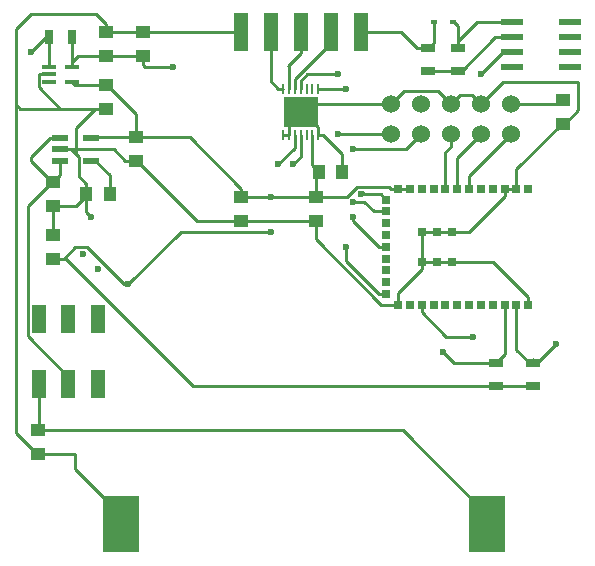
<source format=gtl>
G04 #@! TF.GenerationSoftware,KiCad,Pcbnew,(5.0.2)-1*
G04 #@! TF.CreationDate,2019-06-27T19:19:08-04:00*
G04 #@! TF.ProjectId,IGEM_Device,4947454d-5f44-4657-9669-63652e6b6963,rev?*
G04 #@! TF.SameCoordinates,Original*
G04 #@! TF.FileFunction,Copper,L1,Top*
G04 #@! TF.FilePolarity,Positive*
%FSLAX46Y46*%
G04 Gerber Fmt 4.6, Leading zero omitted, Abs format (unit mm)*
G04 Created by KiCad (PCBNEW (5.0.2)-1) date 2019-06-27 7:19:08 PM*
%MOMM*%
%LPD*%
G01*
G04 APERTURE LIST*
G04 #@! TA.AperFunction,SMDPad,CuDef*
%ADD10R,0.760000X0.760000*%
G04 #@! TD*
G04 #@! TA.AperFunction,SMDPad,CuDef*
%ADD11R,1.300000X0.700000*%
G04 #@! TD*
G04 #@! TA.AperFunction,SMDPad,CuDef*
%ADD12R,3.149600X4.775200*%
G04 #@! TD*
G04 #@! TA.AperFunction,SMDPad,CuDef*
%ADD13R,0.530000X0.400000*%
G04 #@! TD*
G04 #@! TA.AperFunction,SMDPad,CuDef*
%ADD14R,1.193800X2.489200*%
G04 #@! TD*
G04 #@! TA.AperFunction,SMDPad,CuDef*
%ADD15R,1.250000X1.000000*%
G04 #@! TD*
G04 #@! TA.AperFunction,SMDPad,CuDef*
%ADD16R,1.270000X3.180000*%
G04 #@! TD*
G04 #@! TA.AperFunction,SMDPad,CuDef*
%ADD17R,1.000000X1.250000*%
G04 #@! TD*
G04 #@! TA.AperFunction,ComponentPad*
%ADD18C,1.524000*%
G04 #@! TD*
G04 #@! TA.AperFunction,SMDPad,CuDef*
%ADD19R,0.700000X1.300000*%
G04 #@! TD*
G04 #@! TA.AperFunction,SMDPad,CuDef*
%ADD20R,1.320800X0.558800*%
G04 #@! TD*
G04 #@! TA.AperFunction,SMDPad,CuDef*
%ADD21R,0.270000X0.860000*%
G04 #@! TD*
G04 #@! TA.AperFunction,SMDPad,CuDef*
%ADD22R,3.000000X2.600000*%
G04 #@! TD*
G04 #@! TA.AperFunction,SMDPad,CuDef*
%ADD23R,1.981200X0.558800*%
G04 #@! TD*
G04 #@! TA.AperFunction,SMDPad,CuDef*
%ADD24R,1.168400X0.355600*%
G04 #@! TD*
G04 #@! TA.AperFunction,ViaPad*
%ADD25C,0.600000*%
G04 #@! TD*
G04 #@! TA.AperFunction,Conductor*
%ADD26C,0.250000*%
G04 #@! TD*
G04 APERTURE END LIST*
D10*
G04 #@! TO.P,U1,1*
G04 #@! TO.N,Net-(U1-Pad1)*
X144355000Y-66215000D03*
G04 #@! TO.P,U1,2*
G04 #@! TO.N,GND*
X143355000Y-66215000D03*
G04 #@! TO.P,U1,3*
X142355000Y-66215000D03*
G04 #@! TO.P,U1,4*
G04 #@! TO.N,Net-(U1-Pad4)*
X141355000Y-66215000D03*
G04 #@! TO.P,U1,5*
G04 #@! TO.N,Net-(U1-Pad5)*
X140355000Y-66215000D03*
G04 #@! TO.P,U1,6*
G04 #@! TO.N,/RESET*
X139355000Y-66215000D03*
G04 #@! TO.P,U1,7*
G04 #@! TO.N,/JTAG_TCXC*
X138355000Y-66215000D03*
G04 #@! TO.P,U1,8*
G04 #@! TO.N,/JTAG_TMSC*
X137355000Y-66215000D03*
G04 #@! TO.P,U1,9*
G04 #@! TO.N,Net-(U1-Pad9)*
X136355000Y-66215000D03*
G04 #@! TO.P,U1,10*
G04 #@! TO.N,Net-(U1-Pad10)*
X135355000Y-66215000D03*
G04 #@! TO.P,U1,11*
G04 #@! TO.N,+2V85*
X134355000Y-66215000D03*
G04 #@! TO.P,U1,12*
X133355000Y-66215000D03*
G04 #@! TO.P,U1,13*
G04 #@! TO.N,/JTAG_TDO*
X132355000Y-67120000D03*
G04 #@! TO.P,U1,14*
G04 #@! TO.N,/JTAG_TDI*
X132355000Y-68120000D03*
G04 #@! TO.P,U1,15*
G04 #@! TO.N,Net-(U1-Pad15)*
X132355000Y-69120000D03*
G04 #@! TO.P,U1,16*
G04 #@! TO.N,Net-(U1-Pad16)*
X132355000Y-70120000D03*
G04 #@! TO.P,U1,17*
G04 #@! TO.N,/IP_CONTROL*
X132355000Y-71120000D03*
G04 #@! TO.P,U1,18*
G04 #@! TO.N,Net-(U1-Pad18)*
X132355000Y-72120000D03*
G04 #@! TO.P,U1,19*
G04 #@! TO.N,Net-(U1-Pad19)*
X132355000Y-73120000D03*
G04 #@! TO.P,U1,20*
G04 #@! TO.N,Net-(U1-Pad20)*
X132355000Y-74120000D03*
G04 #@! TO.P,U1,21*
G04 #@! TO.N,/POWER_GOOD*
X132355000Y-75120000D03*
G04 #@! TO.P,U1,22*
G04 #@! TO.N,GND*
X133355000Y-76025000D03*
G04 #@! TO.P,U1,23*
G04 #@! TO.N,Net-(U1-Pad23)*
X134355000Y-76025000D03*
G04 #@! TO.P,U1,24*
G04 #@! TO.N,/TEMP_OUT*
X135355000Y-76025000D03*
G04 #@! TO.P,U1,25*
G04 #@! TO.N,Net-(U1-Pad25)*
X136355000Y-76025000D03*
G04 #@! TO.P,U1,26*
G04 #@! TO.N,Net-(U1-Pad26)*
X137355000Y-76025000D03*
G04 #@! TO.P,U1,27*
G04 #@! TO.N,Net-(U1-Pad27)*
X138355000Y-76025000D03*
G04 #@! TO.P,U1,28*
G04 #@! TO.N,Net-(U1-Pad28)*
X139355000Y-76025000D03*
G04 #@! TO.P,U1,29*
G04 #@! TO.N,Net-(U1-Pad29)*
X140355000Y-76025000D03*
G04 #@! TO.P,U1,30*
G04 #@! TO.N,Net-(U1-Pad30)*
X141355000Y-76025000D03*
G04 #@! TO.P,U1,31*
G04 #@! TO.N,/EXT_TEMP_SCL*
X142355000Y-76025000D03*
G04 #@! TO.P,U1,32*
G04 #@! TO.N,/EXT_TEMP_SDA*
X143355000Y-76025000D03*
G04 #@! TO.P,U1,33*
G04 #@! TO.N,GND*
X144355000Y-76025000D03*
G04 #@! TO.P,U1,34*
X135335000Y-69850000D03*
G04 #@! TO.P,U1,35*
X136605000Y-69850000D03*
G04 #@! TO.P,U1,36*
X137875000Y-69850000D03*
G04 #@! TO.P,U1,37*
X137875000Y-72390000D03*
G04 #@! TO.P,U1,38*
X136605000Y-72390000D03*
G04 #@! TO.P,U1,39*
X135355000Y-72390000D03*
G04 #@! TD*
D11*
G04 #@! TO.P,R1,1*
G04 #@! TO.N,+2V85*
X144780000Y-82865000D03*
G04 #@! TO.P,R1,2*
G04 #@! TO.N,/EXT_TEMP_SDA*
X144780000Y-80965000D03*
G04 #@! TD*
D12*
G04 #@! TO.P,J3,1*
G04 #@! TO.N,+BATT*
X140893800Y-94615000D03*
G04 #@! TO.P,J3,2*
G04 #@! TO.N,GND*
X109855000Y-94615000D03*
G04 #@! TD*
D13*
G04 #@! TO.P,D1,C*
G04 #@! TO.N,/IP_CATHODE*
X136360000Y-52070000D03*
G04 #@! TO.P,D1,A*
G04 #@! TO.N,Net-(D1-PadA)*
X137960000Y-52070000D03*
G04 #@! TD*
D14*
G04 #@! TO.P,SW1,1*
G04 #@! TO.N,+BATT*
X102910000Y-82765900D03*
G04 #@! TO.P,SW1,2*
G04 #@! TO.N,Net-(C3-Pad1)*
X105410000Y-82765900D03*
G04 #@! TO.P,SW1,3*
G04 #@! TO.N,N/C*
X107910000Y-82765900D03*
G04 #@! TO.P,SW1,4*
X107910000Y-77254100D03*
G04 #@! TO.P,SW1,5*
X105410000Y-77254100D03*
G04 #@! TO.P,SW1,6*
X102910000Y-77254100D03*
G04 #@! TD*
D15*
G04 #@! TO.P,C2,2*
G04 #@! TO.N,GND*
X111125000Y-63865000D03*
G04 #@! TO.P,C2,1*
G04 #@! TO.N,+2V85*
X111125000Y-61865000D03*
G04 #@! TD*
D16*
G04 #@! TO.P,J2,1*
G04 #@! TO.N,GND*
X120015000Y-52908000D03*
G04 #@! TO.P,J2,2*
G04 #@! TO.N,/COUN_ELECTRODE*
X122555000Y-52908000D03*
G04 #@! TO.P,J2,3*
G04 #@! TO.N,/REF_ELECTRODE*
X125095000Y-52908000D03*
G04 #@! TO.P,J2,4*
G04 #@! TO.N,/WORK_ELECTRODE*
X127635000Y-52908000D03*
G04 #@! TO.P,J2,5*
G04 #@! TO.N,/IP_CATHODE*
X130175000Y-52908000D03*
G04 #@! TD*
D17*
G04 #@! TO.P,C1,2*
G04 #@! TO.N,GND*
X106950000Y-66675000D03*
G04 #@! TO.P,C1,1*
G04 #@! TO.N,Net-(C1-Pad1)*
X108950000Y-66675000D03*
G04 #@! TD*
D15*
G04 #@! TO.P,C3,1*
G04 #@! TO.N,Net-(C3-Pad1)*
X104140000Y-65675000D03*
G04 #@! TO.P,C3,2*
G04 #@! TO.N,GND*
X104140000Y-67675000D03*
G04 #@! TD*
G04 #@! TO.P,C4,1*
G04 #@! TO.N,+2V85*
X108585000Y-57420000D03*
G04 #@! TO.P,C4,2*
G04 #@! TO.N,GND*
X108585000Y-59420000D03*
G04 #@! TD*
G04 #@! TO.P,C5,2*
G04 #@! TO.N,GND*
X108585000Y-52975000D03*
G04 #@! TO.P,C5,1*
G04 #@! TO.N,+1V8*
X108585000Y-54975000D03*
G04 #@! TD*
G04 #@! TO.P,C6,1*
G04 #@! TO.N,GND*
X104140000Y-70120000D03*
G04 #@! TO.P,C6,2*
G04 #@! TO.N,+2V85*
X104140000Y-72120000D03*
G04 #@! TD*
G04 #@! TO.P,C7,2*
G04 #@! TO.N,GND*
X126365000Y-68945000D03*
G04 #@! TO.P,C7,1*
G04 #@! TO.N,+2V85*
X126365000Y-66945000D03*
G04 #@! TD*
D17*
G04 #@! TO.P,C8,1*
G04 #@! TO.N,+2V85*
X126635000Y-64770000D03*
G04 #@! TO.P,C8,2*
G04 #@! TO.N,GND*
X128635000Y-64770000D03*
G04 #@! TD*
D15*
G04 #@! TO.P,C9,2*
G04 #@! TO.N,GND*
X111760000Y-52975000D03*
G04 #@! TO.P,C9,1*
G04 #@! TO.N,+1V8*
X111760000Y-54975000D03*
G04 #@! TD*
G04 #@! TO.P,C10,1*
G04 #@! TO.N,+2V85*
X120015000Y-66945000D03*
G04 #@! TO.P,C10,2*
G04 #@! TO.N,GND*
X120015000Y-68945000D03*
G04 #@! TD*
G04 #@! TO.P,C11,2*
G04 #@! TO.N,GND*
X102870000Y-88630000D03*
G04 #@! TO.P,C11,1*
G04 #@! TO.N,+BATT*
X102870000Y-86630000D03*
G04 #@! TD*
G04 #@! TO.P,C12,1*
G04 #@! TO.N,+3V3*
X147320000Y-58690000D03*
G04 #@! TO.P,C12,2*
G04 #@! TO.N,GND*
X147320000Y-60690000D03*
G04 #@! TD*
D18*
G04 #@! TO.P,J1,1*
G04 #@! TO.N,+3V3*
X142875000Y-59055000D03*
G04 #@! TO.P,J1,2*
G04 #@! TO.N,GND*
X140335000Y-59055000D03*
G04 #@! TO.P,J1,3*
X137795000Y-59055000D03*
G04 #@! TO.P,J1,4*
G04 #@! TO.N,Net-(J1-Pad4)*
X135255000Y-59055000D03*
G04 #@! TO.P,J1,5*
G04 #@! TO.N,GND*
X132715000Y-59055000D03*
G04 #@! TO.P,J1,6*
G04 #@! TO.N,/RESET*
X142875000Y-61595000D03*
G04 #@! TO.P,J1,7*
G04 #@! TO.N,/JTAG_TCXC*
X140335000Y-61595000D03*
G04 #@! TO.P,J1,8*
G04 #@! TO.N,/JTAG_TMSC*
X137795000Y-61595000D03*
G04 #@! TO.P,J1,9*
G04 #@! TO.N,/JTAG_TDO*
X135255000Y-61595000D03*
G04 #@! TO.P,J1,10*
G04 #@! TO.N,/JTAG_TDI*
X132715000Y-61595000D03*
G04 #@! TD*
D11*
G04 #@! TO.P,R2,2*
G04 #@! TO.N,/EXT_TEMP_SCL*
X141605000Y-80965000D03*
G04 #@! TO.P,R2,1*
G04 #@! TO.N,+2V85*
X141605000Y-82865000D03*
G04 #@! TD*
G04 #@! TO.P,R3,2*
G04 #@! TO.N,Net-(R3-Pad2)*
X138430000Y-56195000D03*
G04 #@! TO.P,R3,1*
G04 #@! TO.N,Net-(D1-PadA)*
X138430000Y-54295000D03*
G04 #@! TD*
D19*
G04 #@! TO.P,R4,2*
G04 #@! TO.N,/POWER_GOOD*
X103825000Y-53340000D03*
G04 #@! TO.P,R4,1*
G04 #@! TO.N,+1V8*
X105725000Y-53340000D03*
G04 #@! TD*
D11*
G04 #@! TO.P,R5,1*
G04 #@! TO.N,/IP_CATHODE*
X135890000Y-54295000D03*
G04 #@! TO.P,R5,2*
G04 #@! TO.N,Net-(R3-Pad2)*
X135890000Y-56195000D03*
G04 #@! TD*
D20*
G04 #@! TO.P,U2,1*
G04 #@! TO.N,Net-(C3-Pad1)*
X104749600Y-61914999D03*
G04 #@! TO.P,U2,2*
G04 #@! TO.N,GND*
X104749600Y-62865000D03*
G04 #@! TO.P,U2,3*
G04 #@! TO.N,Net-(C3-Pad1)*
X104749600Y-63815001D03*
G04 #@! TO.P,U2,4*
G04 #@! TO.N,Net-(C1-Pad1)*
X107340400Y-63815001D03*
G04 #@! TO.P,U2,5*
G04 #@! TO.N,+2V85*
X107340400Y-61914999D03*
G04 #@! TD*
D21*
G04 #@! TO.P,U3,1*
G04 #@! TO.N,GND*
X123595000Y-61625000D03*
G04 #@! TO.P,U3,2*
X124095000Y-61625000D03*
G04 #@! TO.P,U3,3*
G04 #@! TO.N,/EXT_TEMP_SCL*
X124595000Y-61625000D03*
G04 #@! TO.P,U3,4*
G04 #@! TO.N,/EXT_TEMP_SDA*
X125095000Y-61625000D03*
G04 #@! TO.P,U3,5*
G04 #@! TO.N,N/C*
X125595000Y-61625000D03*
G04 #@! TO.P,U3,6*
G04 #@! TO.N,+2V85*
X126095000Y-61625000D03*
G04 #@! TO.P,U3,7*
G04 #@! TO.N,GND*
X126595000Y-61625000D03*
G04 #@! TO.P,U3,8*
G04 #@! TO.N,/TEMP_OUT*
X126595000Y-57755000D03*
G04 #@! TO.P,U3,9*
G04 #@! TO.N,Net-(U3-Pad9)*
X126095000Y-57755000D03*
G04 #@! TO.P,U3,10*
G04 #@! TO.N,Net-(U3-Pad10)*
X125595000Y-57755000D03*
G04 #@! TO.P,U3,11*
G04 #@! TO.N,+1V8*
X125095000Y-57755000D03*
G04 #@! TO.P,U3,12*
G04 #@! TO.N,/WORK_ELECTRODE*
X124595000Y-57755000D03*
G04 #@! TO.P,U3,13*
G04 #@! TO.N,/REF_ELECTRODE*
X124095000Y-57755000D03*
G04 #@! TO.P,U3,14*
G04 #@! TO.N,/COUN_ELECTRODE*
X123595000Y-57755000D03*
D22*
G04 #@! TO.P,U3,15*
G04 #@! TO.N,GND*
X125095000Y-59690000D03*
G04 #@! TD*
D23*
G04 #@! TO.P,U4,1*
G04 #@! TO.N,Net-(D1-PadA)*
X142951200Y-52070000D03*
G04 #@! TO.P,U4,2*
G04 #@! TO.N,Net-(R3-Pad2)*
X142951200Y-53340000D03*
G04 #@! TO.P,U4,3*
G04 #@! TO.N,/IP_CONTROL*
X142951200Y-54610000D03*
G04 #@! TO.P,U4,4*
G04 #@! TO.N,Net-(U4-Pad4)*
X142951200Y-55880000D03*
G04 #@! TO.P,U4,5*
G04 #@! TO.N,Net-(U4-Pad5)*
X147878800Y-55880000D03*
G04 #@! TO.P,U4,6*
G04 #@! TO.N,Net-(U4-Pad6)*
X147878800Y-54610000D03*
G04 #@! TO.P,U4,7*
G04 #@! TO.N,Net-(U4-Pad7)*
X147878800Y-53340000D03*
G04 #@! TO.P,U4,8*
G04 #@! TO.N,Net-(U4-Pad8)*
X147878800Y-52070000D03*
G04 #@! TD*
D24*
G04 #@! TO.P,U5,1*
G04 #@! TO.N,/POWER_GOOD*
X103809800Y-55865001D03*
G04 #@! TO.P,U5,2*
G04 #@! TO.N,GND*
X103809800Y-56515000D03*
G04 #@! TO.P,U5,3*
G04 #@! TO.N,Net-(U5-Pad3)*
X103809800Y-57164999D03*
G04 #@! TO.P,U5,4*
G04 #@! TO.N,+2V85*
X105740200Y-57164999D03*
G04 #@! TO.P,U5,5*
G04 #@! TO.N,+1V8*
X105740200Y-55865001D03*
G04 #@! TD*
D25*
G04 #@! TO.N,+2V85*
X122555000Y-69850000D03*
G04 #@! TO.N,GND*
X107315000Y-68580000D03*
G04 #@! TO.N,/EXT_TEMP_SCL*
X107950000Y-73025000D03*
X123190000Y-64135000D03*
X137160000Y-80010000D03*
G04 #@! TO.N,/EXT_TEMP_SDA*
X124460000Y-64135000D03*
X146685000Y-79375000D03*
X106680000Y-71755000D03*
G04 #@! TO.N,+2V85*
X110490000Y-74295000D03*
X122555000Y-66945000D03*
G04 #@! TO.N,/TEMP_OUT*
X139700000Y-78740000D03*
X128905000Y-57785000D03*
G04 #@! TO.N,+1V8*
X114300000Y-55880000D03*
X128270000Y-56515000D03*
G04 #@! TO.N,/POWER_GOOD*
X102235000Y-54610000D03*
X128905000Y-71120000D03*
G04 #@! TO.N,/JTAG_TDO*
X129540000Y-62865000D03*
X130175000Y-66675000D03*
G04 #@! TO.N,/JTAG_TDI*
X129540000Y-67310000D03*
X128270000Y-61595000D03*
G04 #@! TO.N,/IP_CONTROL*
X129540000Y-68580000D03*
X140335000Y-56515000D03*
G04 #@! TD*
D26*
G04 #@! TO.N,GND*
X104140000Y-67675000D02*
X104140000Y-70120000D01*
X106950000Y-66800000D02*
X106950000Y-66675000D01*
X106075000Y-67675000D02*
X106950000Y-66800000D01*
X104140000Y-67675000D02*
X106075000Y-67675000D01*
X106045000Y-61085000D02*
X106045000Y-63250000D01*
X107710000Y-59420000D02*
X106045000Y-61085000D01*
X106045000Y-63250000D02*
X105660000Y-62865000D01*
X110250000Y-63865000D02*
X111125000Y-63865000D01*
X105660000Y-62865000D02*
X109250000Y-62865000D01*
X109250000Y-62865000D02*
X110250000Y-63865000D01*
X106950000Y-65800000D02*
X106950000Y-66675000D01*
X106304999Y-65154999D02*
X106950000Y-65800000D01*
X106304999Y-63509999D02*
X106304999Y-65154999D01*
X105660000Y-62865000D02*
X106304999Y-63509999D01*
X104749600Y-62865000D02*
X105660000Y-62865000D01*
X109855000Y-92532200D02*
X109855000Y-93345000D01*
X102870000Y-88630000D02*
X105952800Y-88630000D01*
X135335000Y-71735000D02*
X135355000Y-71755000D01*
X147195000Y-60690000D02*
X147320000Y-60690000D01*
X143355000Y-64530000D02*
X147195000Y-60690000D01*
X119140000Y-68945000D02*
X120015000Y-68945000D01*
X116330000Y-68945000D02*
X119140000Y-68945000D01*
X111250000Y-63865000D02*
X116330000Y-68945000D01*
X111125000Y-63865000D02*
X111250000Y-63865000D01*
X108585000Y-52975000D02*
X111760000Y-52975000D01*
X102745000Y-88630000D02*
X100965000Y-86850000D01*
X102870000Y-88630000D02*
X102745000Y-88630000D01*
X107710000Y-59420000D02*
X108585000Y-59420000D01*
X104717799Y-59420000D02*
X107710000Y-59420000D01*
X102900599Y-57602800D02*
X104717799Y-59420000D01*
X102900599Y-56590001D02*
X102900599Y-57602800D01*
X102975600Y-56515000D02*
X102900599Y-56590001D01*
X103809800Y-56515000D02*
X102975600Y-56515000D01*
X137033001Y-58293001D02*
X137795000Y-59055000D01*
X136707999Y-57967999D02*
X137033001Y-58293001D01*
X133802001Y-57967999D02*
X136707999Y-57967999D01*
X132715000Y-59055000D02*
X133802001Y-57967999D01*
X139573001Y-58293001D02*
X140335000Y-59055000D01*
X138556999Y-58293001D02*
X139573001Y-58293001D01*
X137795000Y-59055000D02*
X138556999Y-58293001D01*
X106950000Y-68215000D02*
X107315000Y-68580000D01*
X106950000Y-66675000D02*
X106950000Y-68215000D01*
X108585000Y-52225000D02*
X107795000Y-51435000D01*
X108585000Y-52975000D02*
X108585000Y-52225000D01*
X107795000Y-51435000D02*
X102235000Y-51435000D01*
X102235000Y-51435000D02*
X100965000Y-52705000D01*
X100965000Y-52705000D02*
X100965000Y-57150000D01*
X101330000Y-59420000D02*
X100965000Y-59055000D01*
X104717799Y-59420000D02*
X101330000Y-59420000D01*
X100965000Y-86850000D02*
X100965000Y-59055000D01*
X100965000Y-59055000D02*
X100965000Y-57150000D01*
X147445000Y-60690000D02*
X147320000Y-60690000D01*
X148590000Y-59545000D02*
X147445000Y-60690000D01*
X148590000Y-57150000D02*
X148590000Y-59545000D01*
X142240000Y-57150000D02*
X148590000Y-57150000D01*
X140335000Y-59055000D02*
X142240000Y-57150000D01*
X126365000Y-68945000D02*
X120015000Y-68945000D01*
X119948000Y-52975000D02*
X120015000Y-52908000D01*
X111760000Y-52975000D02*
X119948000Y-52975000D01*
X123595000Y-61625000D02*
X124095000Y-61625000D01*
X124095000Y-60690000D02*
X125095000Y-59690000D01*
X124095000Y-61625000D02*
X124095000Y-60690000D01*
X126595000Y-60945000D02*
X126595000Y-61625000D01*
X125340000Y-59690000D02*
X126595000Y-60945000D01*
X125095000Y-59690000D02*
X125340000Y-59690000D01*
X128635000Y-63895000D02*
X128635000Y-64770000D01*
X128635000Y-63280000D02*
X128635000Y-63895000D01*
X126980000Y-61625000D02*
X128635000Y-63280000D01*
X126595000Y-61625000D02*
X126980000Y-61625000D01*
X109855000Y-93802200D02*
X109855000Y-94615000D01*
X105952800Y-89900000D02*
X109855000Y-93802200D01*
X105952800Y-88630000D02*
X105952800Y-89900000D01*
X125730000Y-59055000D02*
X125095000Y-59690000D01*
X132715000Y-59055000D02*
X125730000Y-59055000D01*
X143355000Y-64530000D02*
X143355000Y-66215000D01*
X142355000Y-66215000D02*
X143355000Y-66215000D01*
X138505000Y-69850000D02*
X137875000Y-69850000D01*
X139350000Y-69850000D02*
X138505000Y-69850000D01*
X142355000Y-66845000D02*
X139350000Y-69850000D01*
X142355000Y-66215000D02*
X142355000Y-66845000D01*
X137875000Y-69850000D02*
X136605000Y-69850000D01*
X135335000Y-69850000D02*
X136605000Y-69850000D01*
X135335000Y-72370000D02*
X135355000Y-72390000D01*
X135335000Y-69850000D02*
X135335000Y-72370000D01*
X135355000Y-72390000D02*
X136605000Y-72390000D01*
X136605000Y-72390000D02*
X137875000Y-72390000D01*
X144355000Y-75395000D02*
X144355000Y-76025000D01*
X141350000Y-72390000D02*
X144355000Y-75395000D01*
X137875000Y-72390000D02*
X141350000Y-72390000D01*
X133355000Y-75395000D02*
X133355000Y-76025000D01*
X133355000Y-75020000D02*
X133355000Y-75395000D01*
X135355000Y-73020000D02*
X133355000Y-75020000D01*
X135355000Y-72390000D02*
X135355000Y-73020000D01*
X126365000Y-69695000D02*
X126365000Y-68945000D01*
X126365000Y-70475002D02*
X126365000Y-69695000D01*
X131914998Y-76025000D02*
X126365000Y-70475002D01*
X133355000Y-76025000D02*
X131914998Y-76025000D01*
G04 #@! TO.N,/EXT_TEMP_SCL*
X124595000Y-62730000D02*
X123190000Y-64135000D01*
X124595000Y-61625000D02*
X124595000Y-62730000D01*
X138115000Y-80965000D02*
X137160000Y-80010000D01*
X141605000Y-80965000D02*
X138115000Y-80965000D01*
X142355000Y-80215000D02*
X141605000Y-80965000D01*
X142355000Y-80215000D02*
X142355000Y-76025000D01*
G04 #@! TO.N,/EXT_TEMP_SDA*
X125095000Y-63500000D02*
X124460000Y-64135000D01*
X125095000Y-61625000D02*
X125095000Y-63500000D01*
X144480000Y-80965000D02*
X144780000Y-80965000D01*
X143355000Y-79840000D02*
X144480000Y-80965000D01*
X144780000Y-80645000D02*
X144780000Y-80965000D01*
X145095000Y-80965000D02*
X144780000Y-80965000D01*
X146685000Y-79375000D02*
X145095000Y-80965000D01*
X143355000Y-79840000D02*
X143355000Y-76025000D01*
G04 #@! TO.N,+2V85*
X107390399Y-61865000D02*
X107340400Y-61914999D01*
X111125000Y-61865000D02*
X107390399Y-61865000D01*
X108710000Y-57420000D02*
X108585000Y-57420000D01*
X111125000Y-59835000D02*
X108710000Y-57420000D01*
X111125000Y-61865000D02*
X111125000Y-59835000D01*
X105995201Y-57420000D02*
X105740200Y-57164999D01*
X108585000Y-57420000D02*
X105995201Y-57420000D01*
X109855000Y-76772598D02*
X109917402Y-76835000D01*
X114677402Y-81595000D02*
X109917402Y-76835000D01*
X109917402Y-76835000D02*
X105202402Y-72120000D01*
X104775000Y-72120000D02*
X104140000Y-72120000D01*
X126635000Y-64645000D02*
X126635000Y-64770000D01*
X126365000Y-65040000D02*
X126635000Y-64770000D01*
X126365000Y-66945000D02*
X126365000Y-65040000D01*
X126365000Y-66945000D02*
X122555000Y-66945000D01*
X105202402Y-72120000D02*
X104140000Y-72120000D01*
X105015000Y-72120000D02*
X104140000Y-72120000D01*
X106015000Y-71120000D02*
X105015000Y-72120000D01*
X106970002Y-71120000D02*
X106015000Y-71120000D01*
X110145002Y-74295000D02*
X106970002Y-71120000D01*
X110490000Y-74295000D02*
X110145002Y-74295000D01*
X112000000Y-61865000D02*
X111125000Y-61865000D01*
X115685000Y-61865000D02*
X112000000Y-61865000D01*
X120015000Y-66195000D02*
X115685000Y-61865000D01*
X120015000Y-66945000D02*
X120015000Y-66195000D01*
X126095000Y-64230000D02*
X126635000Y-64770000D01*
X126095000Y-61625000D02*
X126095000Y-64230000D01*
X144780000Y-82865000D02*
X141605000Y-82865000D01*
X115947402Y-82865000D02*
X114677402Y-81595000D01*
X141605000Y-82865000D02*
X115947402Y-82865000D01*
X122555000Y-66945000D02*
X120015000Y-66945000D01*
X114935000Y-69850000D02*
X110490000Y-74295000D01*
X122555000Y-69850000D02*
X114935000Y-69850000D01*
X132725000Y-66215000D02*
X133355000Y-66215000D01*
X132544991Y-66034991D02*
X132725000Y-66215000D01*
X129890007Y-66034991D02*
X132544991Y-66034991D01*
X128979998Y-66945000D02*
X129890007Y-66034991D01*
X126365000Y-66945000D02*
X128979998Y-66945000D01*
X133355000Y-66215000D02*
X134355000Y-66215000D01*
G04 #@! TO.N,/TEMP_OUT*
X128875000Y-57755000D02*
X128905000Y-57785000D01*
X126595000Y-57755000D02*
X128875000Y-57755000D01*
X139275736Y-78740000D02*
X139700000Y-78740000D01*
X137440000Y-78740000D02*
X139275736Y-78740000D01*
X135355000Y-76655000D02*
X137440000Y-78740000D01*
X135355000Y-76025000D02*
X135355000Y-76655000D01*
G04 #@! TO.N,+1V8*
X108585000Y-54975000D02*
X111760000Y-54975000D01*
X105740200Y-55437201D02*
X105740200Y-55865001D01*
X106202401Y-54975000D02*
X105740200Y-55437201D01*
X108585000Y-54975000D02*
X106202401Y-54975000D01*
X105725000Y-55849801D02*
X105740200Y-55865001D01*
X105725000Y-53340000D02*
X105725000Y-55849801D01*
X111760000Y-55725000D02*
X111760000Y-54975000D01*
X111915000Y-55880000D02*
X111760000Y-55725000D01*
X114300000Y-55880000D02*
X111915000Y-55880000D01*
X127845736Y-56515000D02*
X128270000Y-56515000D01*
X125655000Y-56515000D02*
X127845736Y-56515000D01*
X125095000Y-57075000D02*
X125655000Y-56515000D01*
X125095000Y-57755000D02*
X125095000Y-57075000D01*
G04 #@! TO.N,/WORK_ELECTRODE*
X124595000Y-57075000D02*
X124595000Y-57755000D01*
X124595000Y-56903000D02*
X124595000Y-57075000D01*
X127635000Y-53863000D02*
X124595000Y-56903000D01*
X127635000Y-52908000D02*
X127635000Y-53863000D01*
G04 #@! TO.N,/REF_ELECTRODE*
X125095000Y-54748000D02*
X124055001Y-55787999D01*
X125095000Y-52908000D02*
X125095000Y-54748000D01*
X124095000Y-55827998D02*
X124095000Y-57755000D01*
X124055001Y-55787999D02*
X124095000Y-55827998D01*
G04 #@! TO.N,/COUN_ELECTRODE*
X122555000Y-55195000D02*
X122555000Y-54748000D01*
X122555000Y-54748000D02*
X122555000Y-52908000D01*
X122555000Y-57100000D02*
X122555000Y-54748000D01*
X123210000Y-57755000D02*
X122555000Y-57100000D01*
X123595000Y-57755000D02*
X123210000Y-57755000D01*
G04 #@! TO.N,Net-(C1-Pad1)*
X107721400Y-63815001D02*
X107340400Y-63815001D01*
X108950000Y-65043601D02*
X107721400Y-63815001D01*
X108950000Y-66675000D02*
X108950000Y-65043601D01*
G04 #@! TO.N,Net-(C3-Pad1)*
X104749600Y-65065400D02*
X104140000Y-65675000D01*
X104749600Y-63815001D02*
X104749600Y-65065400D01*
X103839200Y-61914999D02*
X102235000Y-63519199D01*
X104749600Y-61914999D02*
X103839200Y-61914999D01*
X102235000Y-63895000D02*
X104015000Y-65675000D01*
X102235000Y-63519199D02*
X102235000Y-63895000D01*
X104015000Y-65675000D02*
X104140000Y-65675000D01*
X101988099Y-67701901D02*
X104015000Y-65675000D01*
X101988099Y-78696299D02*
X101988099Y-67701901D01*
X105410000Y-82118200D02*
X101988099Y-78696299D01*
X105410000Y-82765900D02*
X105410000Y-82118200D01*
G04 #@! TO.N,+BATT*
X102910000Y-86590000D02*
X102870000Y-86630000D01*
X102910000Y-82765900D02*
X102910000Y-86590000D01*
X140893800Y-93802200D02*
X140893800Y-94615000D01*
X133721600Y-86630000D02*
X140893800Y-93802200D01*
X102870000Y-86630000D02*
X133721600Y-86630000D01*
G04 #@! TO.N,+3V3*
X146955000Y-59055000D02*
X147320000Y-58690000D01*
X142875000Y-59055000D02*
X146955000Y-59055000D01*
G04 #@! TO.N,/IP_CATHODE*
X133553000Y-52908000D02*
X130175000Y-52908000D01*
X134940000Y-54295000D02*
X135890000Y-54295000D01*
X133553000Y-52908000D02*
X134940000Y-54295000D01*
X136360000Y-53825000D02*
X135890000Y-54295000D01*
X136360000Y-52070000D02*
X136360000Y-53825000D01*
G04 #@! TO.N,Net-(R3-Pad2)*
X138430000Y-56195000D02*
X135890000Y-56195000D01*
X143586200Y-53340000D02*
X142875000Y-53340000D01*
X141710600Y-53340000D02*
X142951200Y-53340000D01*
X141585000Y-53340000D02*
X141710600Y-53340000D01*
X138730000Y-56195000D02*
X141585000Y-53340000D01*
X138430000Y-56195000D02*
X138730000Y-56195000D01*
G04 #@! TO.N,/POWER_GOOD*
X103825000Y-55849801D02*
X103809800Y-55865001D01*
X103825000Y-53340000D02*
X103825000Y-55849801D01*
X103505000Y-53340000D02*
X102235000Y-54610000D01*
X103825000Y-53340000D02*
X103505000Y-53340000D01*
X128905000Y-71544264D02*
X128905000Y-71120000D01*
X128905000Y-72300000D02*
X128905000Y-71544264D01*
X131725000Y-75120000D02*
X128905000Y-72300000D01*
X132355000Y-75120000D02*
X131725000Y-75120000D01*
G04 #@! TO.N,/RESET*
X139355000Y-65115000D02*
X139355000Y-66215000D01*
X142875000Y-61595000D02*
X139355000Y-65115000D01*
G04 #@! TO.N,/JTAG_TCXC*
X140335000Y-61595000D02*
X138355000Y-63575000D01*
X138355000Y-63575000D02*
X138355000Y-66215000D01*
G04 #@! TO.N,/JTAG_TMSC*
X137795000Y-62672630D02*
X137355000Y-63112630D01*
X137795000Y-61595000D02*
X137795000Y-62672630D01*
X137355000Y-63112630D02*
X137355000Y-66215000D01*
G04 #@! TO.N,/JTAG_TDO*
X130365000Y-66485000D02*
X130175000Y-66675000D01*
X133985000Y-62865000D02*
X129540000Y-62865000D01*
X135255000Y-61595000D02*
X133985000Y-62865000D01*
X131910000Y-66675000D02*
X132355000Y-67120000D01*
X130175000Y-66675000D02*
X131910000Y-66675000D01*
G04 #@! TO.N,/JTAG_TDI*
X132715000Y-61595000D02*
X128270000Y-61595000D01*
X131270000Y-68120000D02*
X132355000Y-68120000D01*
X129540000Y-67310000D02*
X130460000Y-67310000D01*
X130460000Y-67310000D02*
X131270000Y-68120000D01*
G04 #@! TO.N,/IP_CONTROL*
X143586200Y-54610000D02*
X142875000Y-54610000D01*
X142240000Y-54610000D02*
X140335000Y-56515000D01*
X142951200Y-54610000D02*
X142240000Y-54610000D01*
X129540000Y-68935000D02*
X129540000Y-68580000D01*
X131725000Y-71120000D02*
X129540000Y-68935000D01*
X132355000Y-71120000D02*
X131725000Y-71120000D01*
G04 #@! TO.N,Net-(D1-PadA)*
X138430000Y-53695000D02*
X138430000Y-54295000D01*
X140055000Y-52070000D02*
X138430000Y-53695000D01*
X138430000Y-52419990D02*
X138080010Y-52070000D01*
X138430000Y-54295000D02*
X138430000Y-52419990D01*
X140055000Y-52070000D02*
X142951200Y-52070000D01*
G04 #@! TD*
M02*

</source>
